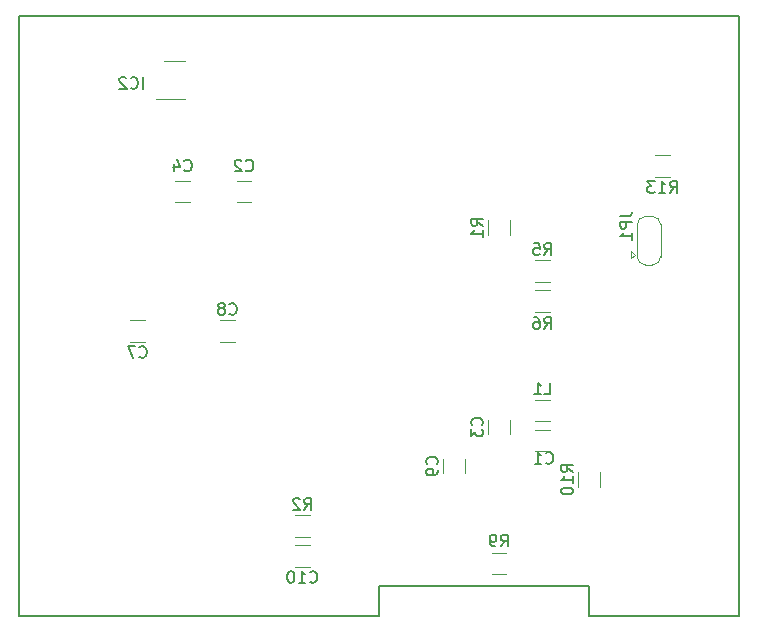
<source format=gbr>
G04 #@! TF.GenerationSoftware,KiCad,Pcbnew,5.0.2-bee76a0~70~ubuntu18.04.1*
G04 #@! TF.CreationDate,2019-02-21T11:42:00+01:00*
G04 #@! TF.ProjectId,PCB_Control,5043425f-436f-46e7-9472-6f6c2e6b6963,rev?*
G04 #@! TF.SameCoordinates,Original*
G04 #@! TF.FileFunction,Legend,Bot*
G04 #@! TF.FilePolarity,Positive*
%FSLAX46Y46*%
G04 Gerber Fmt 4.6, Leading zero omitted, Abs format (unit mm)*
G04 Created by KiCad (PCBNEW 5.0.2-bee76a0~70~ubuntu18.04.1) date jeu. 21 févr. 2019 11:42:00 CET*
%MOMM*%
%LPD*%
G01*
G04 APERTURE LIST*
%ADD10C,0.150000*%
%ADD11C,0.120000*%
G04 APERTURE END LIST*
D10*
X177800000Y-119380000D02*
X177800000Y-116840000D01*
X195580000Y-119380000D02*
X208280000Y-119380000D01*
X195580000Y-116840000D02*
X195580000Y-119380000D01*
X177800000Y-116840000D02*
X195580000Y-116840000D01*
X147320000Y-119380000D02*
X177800000Y-119380000D01*
X147320000Y-119380000D02*
X147320000Y-68580000D01*
X147320000Y-68580000D02*
X208280000Y-68580000D01*
X208280000Y-68580000D02*
X208280000Y-119380000D01*
D11*
G04 #@! TO.C,R1*
X187050000Y-85887936D02*
X187050000Y-87092064D01*
X188870000Y-85887936D02*
X188870000Y-87092064D01*
G04 #@! TO.C,C1*
X192242064Y-103610000D02*
X191037936Y-103610000D01*
X192242064Y-105430000D02*
X191037936Y-105430000D01*
G04 #@! TO.C,C2*
X166972064Y-84350000D02*
X165767936Y-84350000D01*
X166972064Y-82530000D02*
X165767936Y-82530000D01*
G04 #@! TO.C,C3*
X187050000Y-102777936D02*
X187050000Y-103982064D01*
X188870000Y-102777936D02*
X188870000Y-103982064D01*
G04 #@! TO.C,C4*
X160557936Y-84350000D02*
X161762064Y-84350000D01*
X160557936Y-82530000D02*
X161762064Y-82530000D01*
G04 #@! TO.C,C7*
X156747936Y-94340000D02*
X157952064Y-94340000D01*
X156747936Y-96160000D02*
X157952064Y-96160000D01*
G04 #@! TO.C,C8*
X165572064Y-94340000D02*
X164367936Y-94340000D01*
X165572064Y-96160000D02*
X164367936Y-96160000D01*
G04 #@! TO.C,C9*
X185060000Y-106077936D02*
X185060000Y-107282064D01*
X183240000Y-106077936D02*
X183240000Y-107282064D01*
G04 #@! TO.C,C10*
X170717936Y-115210000D02*
X171922064Y-115210000D01*
X170717936Y-113390000D02*
X171922064Y-113390000D01*
G04 #@! TO.C,IC2*
X159585000Y-72365000D02*
X161385000Y-72365000D01*
X161385000Y-75585000D02*
X158935000Y-75585000D01*
G04 #@! TO.C,JP1*
X199460000Y-88800000D02*
X199160000Y-88500000D01*
X199160000Y-89100000D02*
X199160000Y-88500000D01*
X199460000Y-88800000D02*
X199160000Y-89100000D01*
X200360000Y-89650000D02*
X200960000Y-89650000D01*
X199660000Y-86200000D02*
X199660000Y-89000000D01*
X200960000Y-85550000D02*
X200360000Y-85550000D01*
X201660000Y-89000000D02*
X201660000Y-86200000D01*
X201660000Y-86250000D02*
G75*
G03X200960000Y-85550000I-700000J0D01*
G01*
X200360000Y-85550000D02*
G75*
G03X199660000Y-86250000I0J-700000D01*
G01*
X199660000Y-88950000D02*
G75*
G03X200360000Y-89650000I700000J0D01*
G01*
X200960000Y-89650000D02*
G75*
G03X201660000Y-88950000I0J700000D01*
G01*
G04 #@! TO.C,L1*
X192242064Y-101070000D02*
X191037936Y-101070000D01*
X192242064Y-102890000D02*
X191037936Y-102890000D01*
G04 #@! TO.C,R2*
X171922064Y-112670000D02*
X170717936Y-112670000D01*
X171922064Y-110850000D02*
X170717936Y-110850000D01*
G04 #@! TO.C,R5*
X192242064Y-89260000D02*
X191037936Y-89260000D01*
X192242064Y-91080000D02*
X191037936Y-91080000D01*
G04 #@! TO.C,R6*
X192242064Y-93620000D02*
X191037936Y-93620000D01*
X192242064Y-91800000D02*
X191037936Y-91800000D01*
G04 #@! TO.C,R9*
X187357936Y-115845000D02*
X188562064Y-115845000D01*
X187357936Y-114025000D02*
X188562064Y-114025000D01*
G04 #@! TO.C,R10*
X196490000Y-107217936D02*
X196490000Y-108422064D01*
X194670000Y-107217936D02*
X194670000Y-108422064D01*
G04 #@! TO.C,R13*
X201197936Y-82190000D02*
X202402064Y-82190000D01*
X201197936Y-80370000D02*
X202402064Y-80370000D01*
G04 #@! TD*
G04 #@! TO.C,R1*
D10*
X186592380Y-86323333D02*
X186116190Y-85990000D01*
X186592380Y-85751904D02*
X185592380Y-85751904D01*
X185592380Y-86132857D01*
X185640000Y-86228095D01*
X185687619Y-86275714D01*
X185782857Y-86323333D01*
X185925714Y-86323333D01*
X186020952Y-86275714D01*
X186068571Y-86228095D01*
X186116190Y-86132857D01*
X186116190Y-85751904D01*
X186592380Y-87275714D02*
X186592380Y-86704285D01*
X186592380Y-86990000D02*
X185592380Y-86990000D01*
X185735238Y-86894761D01*
X185830476Y-86799523D01*
X185878095Y-86704285D01*
G04 #@! TO.C,C1*
X191936666Y-106402142D02*
X191984285Y-106449761D01*
X192127142Y-106497380D01*
X192222380Y-106497380D01*
X192365238Y-106449761D01*
X192460476Y-106354523D01*
X192508095Y-106259285D01*
X192555714Y-106068809D01*
X192555714Y-105925952D01*
X192508095Y-105735476D01*
X192460476Y-105640238D01*
X192365238Y-105545000D01*
X192222380Y-105497380D01*
X192127142Y-105497380D01*
X191984285Y-105545000D01*
X191936666Y-105592619D01*
X190984285Y-106497380D02*
X191555714Y-106497380D01*
X191270000Y-106497380D02*
X191270000Y-105497380D01*
X191365238Y-105640238D01*
X191460476Y-105735476D01*
X191555714Y-105783095D01*
G04 #@! TO.C,C2*
X166536666Y-81637142D02*
X166584285Y-81684761D01*
X166727142Y-81732380D01*
X166822380Y-81732380D01*
X166965238Y-81684761D01*
X167060476Y-81589523D01*
X167108095Y-81494285D01*
X167155714Y-81303809D01*
X167155714Y-81160952D01*
X167108095Y-80970476D01*
X167060476Y-80875238D01*
X166965238Y-80780000D01*
X166822380Y-80732380D01*
X166727142Y-80732380D01*
X166584285Y-80780000D01*
X166536666Y-80827619D01*
X166155714Y-80827619D02*
X166108095Y-80780000D01*
X166012857Y-80732380D01*
X165774761Y-80732380D01*
X165679523Y-80780000D01*
X165631904Y-80827619D01*
X165584285Y-80922857D01*
X165584285Y-81018095D01*
X165631904Y-81160952D01*
X166203333Y-81732380D01*
X165584285Y-81732380D01*
G04 #@! TO.C,C3*
X186497142Y-103213333D02*
X186544761Y-103165714D01*
X186592380Y-103022857D01*
X186592380Y-102927619D01*
X186544761Y-102784761D01*
X186449523Y-102689523D01*
X186354285Y-102641904D01*
X186163809Y-102594285D01*
X186020952Y-102594285D01*
X185830476Y-102641904D01*
X185735238Y-102689523D01*
X185640000Y-102784761D01*
X185592380Y-102927619D01*
X185592380Y-103022857D01*
X185640000Y-103165714D01*
X185687619Y-103213333D01*
X185592380Y-103546666D02*
X185592380Y-104165714D01*
X185973333Y-103832380D01*
X185973333Y-103975238D01*
X186020952Y-104070476D01*
X186068571Y-104118095D01*
X186163809Y-104165714D01*
X186401904Y-104165714D01*
X186497142Y-104118095D01*
X186544761Y-104070476D01*
X186592380Y-103975238D01*
X186592380Y-103689523D01*
X186544761Y-103594285D01*
X186497142Y-103546666D01*
G04 #@! TO.C,C4*
X161326666Y-81637142D02*
X161374285Y-81684761D01*
X161517142Y-81732380D01*
X161612380Y-81732380D01*
X161755238Y-81684761D01*
X161850476Y-81589523D01*
X161898095Y-81494285D01*
X161945714Y-81303809D01*
X161945714Y-81160952D01*
X161898095Y-80970476D01*
X161850476Y-80875238D01*
X161755238Y-80780000D01*
X161612380Y-80732380D01*
X161517142Y-80732380D01*
X161374285Y-80780000D01*
X161326666Y-80827619D01*
X160469523Y-81065714D02*
X160469523Y-81732380D01*
X160707619Y-80684761D02*
X160945714Y-81399047D01*
X160326666Y-81399047D01*
G04 #@! TO.C,C7*
X157516666Y-97427142D02*
X157564285Y-97474761D01*
X157707142Y-97522380D01*
X157802380Y-97522380D01*
X157945238Y-97474761D01*
X158040476Y-97379523D01*
X158088095Y-97284285D01*
X158135714Y-97093809D01*
X158135714Y-96950952D01*
X158088095Y-96760476D01*
X158040476Y-96665238D01*
X157945238Y-96570000D01*
X157802380Y-96522380D01*
X157707142Y-96522380D01*
X157564285Y-96570000D01*
X157516666Y-96617619D01*
X157183333Y-96522380D02*
X156516666Y-96522380D01*
X156945238Y-97522380D01*
G04 #@! TO.C,C8*
X165136666Y-93787142D02*
X165184285Y-93834761D01*
X165327142Y-93882380D01*
X165422380Y-93882380D01*
X165565238Y-93834761D01*
X165660476Y-93739523D01*
X165708095Y-93644285D01*
X165755714Y-93453809D01*
X165755714Y-93310952D01*
X165708095Y-93120476D01*
X165660476Y-93025238D01*
X165565238Y-92930000D01*
X165422380Y-92882380D01*
X165327142Y-92882380D01*
X165184285Y-92930000D01*
X165136666Y-92977619D01*
X164565238Y-93310952D02*
X164660476Y-93263333D01*
X164708095Y-93215714D01*
X164755714Y-93120476D01*
X164755714Y-93072857D01*
X164708095Y-92977619D01*
X164660476Y-92930000D01*
X164565238Y-92882380D01*
X164374761Y-92882380D01*
X164279523Y-92930000D01*
X164231904Y-92977619D01*
X164184285Y-93072857D01*
X164184285Y-93120476D01*
X164231904Y-93215714D01*
X164279523Y-93263333D01*
X164374761Y-93310952D01*
X164565238Y-93310952D01*
X164660476Y-93358571D01*
X164708095Y-93406190D01*
X164755714Y-93501428D01*
X164755714Y-93691904D01*
X164708095Y-93787142D01*
X164660476Y-93834761D01*
X164565238Y-93882380D01*
X164374761Y-93882380D01*
X164279523Y-93834761D01*
X164231904Y-93787142D01*
X164184285Y-93691904D01*
X164184285Y-93501428D01*
X164231904Y-93406190D01*
X164279523Y-93358571D01*
X164374761Y-93310952D01*
G04 #@! TO.C,C9*
X182687142Y-106513333D02*
X182734761Y-106465714D01*
X182782380Y-106322857D01*
X182782380Y-106227619D01*
X182734761Y-106084761D01*
X182639523Y-105989523D01*
X182544285Y-105941904D01*
X182353809Y-105894285D01*
X182210952Y-105894285D01*
X182020476Y-105941904D01*
X181925238Y-105989523D01*
X181830000Y-106084761D01*
X181782380Y-106227619D01*
X181782380Y-106322857D01*
X181830000Y-106465714D01*
X181877619Y-106513333D01*
X182782380Y-106989523D02*
X182782380Y-107180000D01*
X182734761Y-107275238D01*
X182687142Y-107322857D01*
X182544285Y-107418095D01*
X182353809Y-107465714D01*
X181972857Y-107465714D01*
X181877619Y-107418095D01*
X181830000Y-107370476D01*
X181782380Y-107275238D01*
X181782380Y-107084761D01*
X181830000Y-106989523D01*
X181877619Y-106941904D01*
X181972857Y-106894285D01*
X182210952Y-106894285D01*
X182306190Y-106941904D01*
X182353809Y-106989523D01*
X182401428Y-107084761D01*
X182401428Y-107275238D01*
X182353809Y-107370476D01*
X182306190Y-107418095D01*
X182210952Y-107465714D01*
G04 #@! TO.C,C10*
X171962857Y-116477142D02*
X172010476Y-116524761D01*
X172153333Y-116572380D01*
X172248571Y-116572380D01*
X172391428Y-116524761D01*
X172486666Y-116429523D01*
X172534285Y-116334285D01*
X172581904Y-116143809D01*
X172581904Y-116000952D01*
X172534285Y-115810476D01*
X172486666Y-115715238D01*
X172391428Y-115620000D01*
X172248571Y-115572380D01*
X172153333Y-115572380D01*
X172010476Y-115620000D01*
X171962857Y-115667619D01*
X171010476Y-116572380D02*
X171581904Y-116572380D01*
X171296190Y-116572380D02*
X171296190Y-115572380D01*
X171391428Y-115715238D01*
X171486666Y-115810476D01*
X171581904Y-115858095D01*
X170391428Y-115572380D02*
X170296190Y-115572380D01*
X170200952Y-115620000D01*
X170153333Y-115667619D01*
X170105714Y-115762857D01*
X170058095Y-115953333D01*
X170058095Y-116191428D01*
X170105714Y-116381904D01*
X170153333Y-116477142D01*
X170200952Y-116524761D01*
X170296190Y-116572380D01*
X170391428Y-116572380D01*
X170486666Y-116524761D01*
X170534285Y-116477142D01*
X170581904Y-116381904D01*
X170629523Y-116191428D01*
X170629523Y-115953333D01*
X170581904Y-115762857D01*
X170534285Y-115667619D01*
X170486666Y-115620000D01*
X170391428Y-115572380D01*
G04 #@! TO.C,IC2*
X157821190Y-74747380D02*
X157821190Y-73747380D01*
X156773571Y-74652142D02*
X156821190Y-74699761D01*
X156964047Y-74747380D01*
X157059285Y-74747380D01*
X157202142Y-74699761D01*
X157297380Y-74604523D01*
X157345000Y-74509285D01*
X157392619Y-74318809D01*
X157392619Y-74175952D01*
X157345000Y-73985476D01*
X157297380Y-73890238D01*
X157202142Y-73795000D01*
X157059285Y-73747380D01*
X156964047Y-73747380D01*
X156821190Y-73795000D01*
X156773571Y-73842619D01*
X156392619Y-73842619D02*
X156345000Y-73795000D01*
X156249761Y-73747380D01*
X156011666Y-73747380D01*
X155916428Y-73795000D01*
X155868809Y-73842619D01*
X155821190Y-73937857D01*
X155821190Y-74033095D01*
X155868809Y-74175952D01*
X156440238Y-74747380D01*
X155821190Y-74747380D01*
G04 #@! TO.C,JP1*
X198207380Y-85526666D02*
X198921666Y-85526666D01*
X199064523Y-85479047D01*
X199159761Y-85383809D01*
X199207380Y-85240952D01*
X199207380Y-85145714D01*
X199207380Y-86002857D02*
X198207380Y-86002857D01*
X198207380Y-86383809D01*
X198255000Y-86479047D01*
X198302619Y-86526666D01*
X198397857Y-86574285D01*
X198540714Y-86574285D01*
X198635952Y-86526666D01*
X198683571Y-86479047D01*
X198731190Y-86383809D01*
X198731190Y-86002857D01*
X199207380Y-87526666D02*
X199207380Y-86955238D01*
X199207380Y-87240952D02*
X198207380Y-87240952D01*
X198350238Y-87145714D01*
X198445476Y-87050476D01*
X198493095Y-86955238D01*
G04 #@! TO.C,L1*
X191806666Y-100612380D02*
X192282857Y-100612380D01*
X192282857Y-99612380D01*
X190949523Y-100612380D02*
X191520952Y-100612380D01*
X191235238Y-100612380D02*
X191235238Y-99612380D01*
X191330476Y-99755238D01*
X191425714Y-99850476D01*
X191520952Y-99898095D01*
G04 #@! TO.C,R2*
X171486666Y-110392380D02*
X171820000Y-109916190D01*
X172058095Y-110392380D02*
X172058095Y-109392380D01*
X171677142Y-109392380D01*
X171581904Y-109440000D01*
X171534285Y-109487619D01*
X171486666Y-109582857D01*
X171486666Y-109725714D01*
X171534285Y-109820952D01*
X171581904Y-109868571D01*
X171677142Y-109916190D01*
X172058095Y-109916190D01*
X171105714Y-109487619D02*
X171058095Y-109440000D01*
X170962857Y-109392380D01*
X170724761Y-109392380D01*
X170629523Y-109440000D01*
X170581904Y-109487619D01*
X170534285Y-109582857D01*
X170534285Y-109678095D01*
X170581904Y-109820952D01*
X171153333Y-110392380D01*
X170534285Y-110392380D01*
G04 #@! TO.C,R5*
X191806666Y-88802380D02*
X192140000Y-88326190D01*
X192378095Y-88802380D02*
X192378095Y-87802380D01*
X191997142Y-87802380D01*
X191901904Y-87850000D01*
X191854285Y-87897619D01*
X191806666Y-87992857D01*
X191806666Y-88135714D01*
X191854285Y-88230952D01*
X191901904Y-88278571D01*
X191997142Y-88326190D01*
X192378095Y-88326190D01*
X190901904Y-87802380D02*
X191378095Y-87802380D01*
X191425714Y-88278571D01*
X191378095Y-88230952D01*
X191282857Y-88183333D01*
X191044761Y-88183333D01*
X190949523Y-88230952D01*
X190901904Y-88278571D01*
X190854285Y-88373809D01*
X190854285Y-88611904D01*
X190901904Y-88707142D01*
X190949523Y-88754761D01*
X191044761Y-88802380D01*
X191282857Y-88802380D01*
X191378095Y-88754761D01*
X191425714Y-88707142D01*
G04 #@! TO.C,R6*
X191806666Y-95067380D02*
X192140000Y-94591190D01*
X192378095Y-95067380D02*
X192378095Y-94067380D01*
X191997142Y-94067380D01*
X191901904Y-94115000D01*
X191854285Y-94162619D01*
X191806666Y-94257857D01*
X191806666Y-94400714D01*
X191854285Y-94495952D01*
X191901904Y-94543571D01*
X191997142Y-94591190D01*
X192378095Y-94591190D01*
X190949523Y-94067380D02*
X191140000Y-94067380D01*
X191235238Y-94115000D01*
X191282857Y-94162619D01*
X191378095Y-94305476D01*
X191425714Y-94495952D01*
X191425714Y-94876904D01*
X191378095Y-94972142D01*
X191330476Y-95019761D01*
X191235238Y-95067380D01*
X191044761Y-95067380D01*
X190949523Y-95019761D01*
X190901904Y-94972142D01*
X190854285Y-94876904D01*
X190854285Y-94638809D01*
X190901904Y-94543571D01*
X190949523Y-94495952D01*
X191044761Y-94448333D01*
X191235238Y-94448333D01*
X191330476Y-94495952D01*
X191378095Y-94543571D01*
X191425714Y-94638809D01*
G04 #@! TO.C,R9*
X188126666Y-113482380D02*
X188460000Y-113006190D01*
X188698095Y-113482380D02*
X188698095Y-112482380D01*
X188317142Y-112482380D01*
X188221904Y-112530000D01*
X188174285Y-112577619D01*
X188126666Y-112672857D01*
X188126666Y-112815714D01*
X188174285Y-112910952D01*
X188221904Y-112958571D01*
X188317142Y-113006190D01*
X188698095Y-113006190D01*
X187650476Y-113482380D02*
X187460000Y-113482380D01*
X187364761Y-113434761D01*
X187317142Y-113387142D01*
X187221904Y-113244285D01*
X187174285Y-113053809D01*
X187174285Y-112672857D01*
X187221904Y-112577619D01*
X187269523Y-112530000D01*
X187364761Y-112482380D01*
X187555238Y-112482380D01*
X187650476Y-112530000D01*
X187698095Y-112577619D01*
X187745714Y-112672857D01*
X187745714Y-112910952D01*
X187698095Y-113006190D01*
X187650476Y-113053809D01*
X187555238Y-113101428D01*
X187364761Y-113101428D01*
X187269523Y-113053809D01*
X187221904Y-113006190D01*
X187174285Y-112910952D01*
G04 #@! TO.C,R10*
X194212380Y-107177142D02*
X193736190Y-106843809D01*
X194212380Y-106605714D02*
X193212380Y-106605714D01*
X193212380Y-106986666D01*
X193260000Y-107081904D01*
X193307619Y-107129523D01*
X193402857Y-107177142D01*
X193545714Y-107177142D01*
X193640952Y-107129523D01*
X193688571Y-107081904D01*
X193736190Y-106986666D01*
X193736190Y-106605714D01*
X194212380Y-108129523D02*
X194212380Y-107558095D01*
X194212380Y-107843809D02*
X193212380Y-107843809D01*
X193355238Y-107748571D01*
X193450476Y-107653333D01*
X193498095Y-107558095D01*
X193212380Y-108748571D02*
X193212380Y-108843809D01*
X193260000Y-108939047D01*
X193307619Y-108986666D01*
X193402857Y-109034285D01*
X193593333Y-109081904D01*
X193831428Y-109081904D01*
X194021904Y-109034285D01*
X194117142Y-108986666D01*
X194164761Y-108939047D01*
X194212380Y-108843809D01*
X194212380Y-108748571D01*
X194164761Y-108653333D01*
X194117142Y-108605714D01*
X194021904Y-108558095D01*
X193831428Y-108510476D01*
X193593333Y-108510476D01*
X193402857Y-108558095D01*
X193307619Y-108605714D01*
X193260000Y-108653333D01*
X193212380Y-108748571D01*
G04 #@! TO.C,R13*
X202442857Y-83552380D02*
X202776190Y-83076190D01*
X203014285Y-83552380D02*
X203014285Y-82552380D01*
X202633333Y-82552380D01*
X202538095Y-82600000D01*
X202490476Y-82647619D01*
X202442857Y-82742857D01*
X202442857Y-82885714D01*
X202490476Y-82980952D01*
X202538095Y-83028571D01*
X202633333Y-83076190D01*
X203014285Y-83076190D01*
X201490476Y-83552380D02*
X202061904Y-83552380D01*
X201776190Y-83552380D02*
X201776190Y-82552380D01*
X201871428Y-82695238D01*
X201966666Y-82790476D01*
X202061904Y-82838095D01*
X201157142Y-82552380D02*
X200538095Y-82552380D01*
X200871428Y-82933333D01*
X200728571Y-82933333D01*
X200633333Y-82980952D01*
X200585714Y-83028571D01*
X200538095Y-83123809D01*
X200538095Y-83361904D01*
X200585714Y-83457142D01*
X200633333Y-83504761D01*
X200728571Y-83552380D01*
X201014285Y-83552380D01*
X201109523Y-83504761D01*
X201157142Y-83457142D01*
G04 #@! TD*
M02*

</source>
